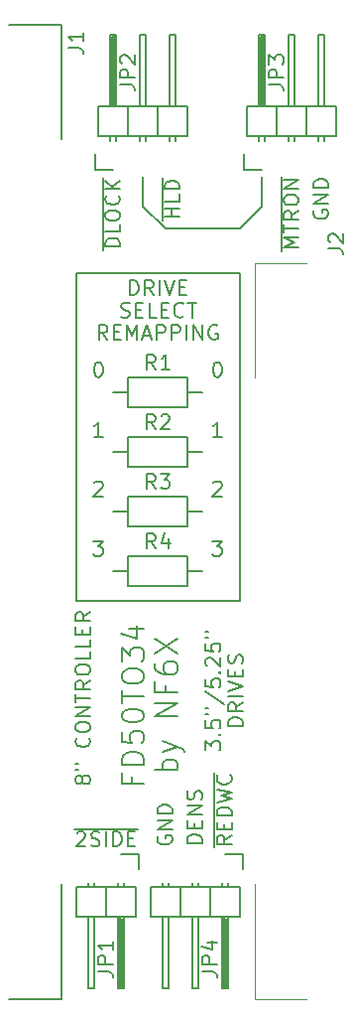
<source format=gbr>
G04 #@! TF.FileFunction,Legend,Top*
%FSLAX46Y46*%
G04 Gerber Fmt 4.6, Leading zero omitted, Abs format (unit mm)*
G04 Created by KiCad (PCBNEW (2014-12-16 BZR 5324)-product) date Thursday, July 30, 2015 'PMt' 09:23:13 PM*
%MOMM*%
G01*
G04 APERTURE LIST*
%ADD10C,0.127000*%
%ADD11C,0.200000*%
%ADD12C,0.190500*%
%ADD13C,0.150000*%
%ADD14C,0.100000*%
G04 APERTURE END LIST*
D10*
X24069524Y14332857D02*
X23464762Y13909524D01*
X24069524Y13607143D02*
X22799524Y13607143D01*
X22799524Y14090952D01*
X22860000Y14211905D01*
X22920476Y14272381D01*
X23041429Y14332857D01*
X23222857Y14332857D01*
X23343810Y14272381D01*
X23404286Y14211905D01*
X23464762Y14090952D01*
X23464762Y13607143D01*
X23404286Y14877143D02*
X23404286Y15300476D01*
X24069524Y15481905D02*
X24069524Y14877143D01*
X22799524Y14877143D01*
X22799524Y15481905D01*
X24069524Y16026191D02*
X22799524Y16026191D01*
X22799524Y16328572D01*
X22860000Y16510000D01*
X22980952Y16630953D01*
X23101905Y16691429D01*
X23343810Y16751905D01*
X23525238Y16751905D01*
X23767143Y16691429D01*
X23888095Y16630953D01*
X24009048Y16510000D01*
X24069524Y16328572D01*
X24069524Y16026191D01*
X22799524Y17175239D02*
X24069524Y17477620D01*
X23162381Y17719524D01*
X24069524Y17961429D01*
X22799524Y18263810D01*
X23948571Y19473334D02*
X24009048Y19412858D01*
X24069524Y19231429D01*
X24069524Y19110477D01*
X24009048Y18929049D01*
X23888095Y18808096D01*
X23767143Y18747620D01*
X23525238Y18687144D01*
X23343810Y18687144D01*
X23101905Y18747620D01*
X22980952Y18808096D01*
X22860000Y18929049D01*
X22799524Y19110477D01*
X22799524Y19231429D01*
X22860000Y19412858D01*
X22920476Y19473334D01*
X22580600Y13304762D02*
X22580600Y19715239D01*
X21529524Y13697857D02*
X20259524Y13697857D01*
X20259524Y14000238D01*
X20320000Y14181666D01*
X20440952Y14302619D01*
X20561905Y14363095D01*
X20803810Y14423571D01*
X20985238Y14423571D01*
X21227143Y14363095D01*
X21348095Y14302619D01*
X21469048Y14181666D01*
X21529524Y14000238D01*
X21529524Y13697857D01*
X20864286Y14967857D02*
X20864286Y15391190D01*
X21529524Y15572619D02*
X21529524Y14967857D01*
X20259524Y14967857D01*
X20259524Y15572619D01*
X21529524Y16116905D02*
X20259524Y16116905D01*
X21529524Y16842619D01*
X20259524Y16842619D01*
X21469048Y17386905D02*
X21529524Y17568333D01*
X21529524Y17870714D01*
X21469048Y17991667D01*
X21408571Y18052143D01*
X21287619Y18112619D01*
X21166667Y18112619D01*
X21045714Y18052143D01*
X20985238Y17991667D01*
X20924762Y17870714D01*
X20864286Y17628810D01*
X20803810Y17507857D01*
X20743333Y17447381D01*
X20622381Y17386905D01*
X20501429Y17386905D01*
X20380476Y17447381D01*
X20320000Y17507857D01*
X20259524Y17628810D01*
X20259524Y17931190D01*
X20320000Y18112619D01*
X17780000Y14272381D02*
X17719524Y14151429D01*
X17719524Y13970000D01*
X17780000Y13788572D01*
X17900952Y13667619D01*
X18021905Y13607143D01*
X18263810Y13546667D01*
X18445238Y13546667D01*
X18687143Y13607143D01*
X18808095Y13667619D01*
X18929048Y13788572D01*
X18989524Y13970000D01*
X18989524Y14090952D01*
X18929048Y14272381D01*
X18868571Y14332857D01*
X18445238Y14332857D01*
X18445238Y14090952D01*
X18989524Y14877143D02*
X17719524Y14877143D01*
X18989524Y15602857D01*
X17719524Y15602857D01*
X18989524Y16207619D02*
X17719524Y16207619D01*
X17719524Y16510000D01*
X17780000Y16691428D01*
X17900952Y16812381D01*
X18021905Y16872857D01*
X18263810Y16933333D01*
X18445238Y16933333D01*
X18687143Y16872857D01*
X18808095Y16812381D01*
X18929048Y16691428D01*
X18989524Y16510000D01*
X18989524Y16207619D01*
D11*
X24765000Y66040000D02*
X18415000Y66040000D01*
X26670000Y67945000D02*
X24765000Y66040000D01*
X26670000Y70485000D02*
X26670000Y67945000D01*
D12*
X15580179Y19367499D02*
X15580179Y18732499D01*
X16578036Y18732499D02*
X14673036Y18732499D01*
X14673036Y19639642D01*
X16578036Y20365356D02*
X14673036Y20365356D01*
X14673036Y20818928D01*
X14763750Y21091071D01*
X14945179Y21272499D01*
X15126607Y21363214D01*
X15489464Y21453928D01*
X15761607Y21453928D01*
X16124464Y21363214D01*
X16305893Y21272499D01*
X16487321Y21091071D01*
X16578036Y20818928D01*
X16578036Y20365356D01*
X14673036Y23177499D02*
X14673036Y22270356D01*
X15580179Y22179642D01*
X15489464Y22270356D01*
X15398750Y22451785D01*
X15398750Y22905356D01*
X15489464Y23086785D01*
X15580179Y23177499D01*
X15761607Y23268214D01*
X16215179Y23268214D01*
X16396607Y23177499D01*
X16487321Y23086785D01*
X16578036Y22905356D01*
X16578036Y22451785D01*
X16487321Y22270356D01*
X16396607Y22179642D01*
X14673036Y24447500D02*
X14673036Y24628928D01*
X14763750Y24810357D01*
X14854464Y24901071D01*
X15035893Y24991785D01*
X15398750Y25082500D01*
X15852321Y25082500D01*
X16215179Y24991785D01*
X16396607Y24901071D01*
X16487321Y24810357D01*
X16578036Y24628928D01*
X16578036Y24447500D01*
X16487321Y24266071D01*
X16396607Y24175357D01*
X16215179Y24084642D01*
X15852321Y23993928D01*
X15398750Y23993928D01*
X15035893Y24084642D01*
X14854464Y24175357D01*
X14763750Y24266071D01*
X14673036Y24447500D01*
X14673036Y25626786D02*
X14673036Y26715357D01*
X16578036Y26171071D02*
X14673036Y26171071D01*
X14673036Y27713215D02*
X14673036Y28076072D01*
X14763750Y28257500D01*
X14945179Y28438929D01*
X15308036Y28529643D01*
X15943036Y28529643D01*
X16305893Y28438929D01*
X16487321Y28257500D01*
X16578036Y28076072D01*
X16578036Y27713215D01*
X16487321Y27531786D01*
X16305893Y27350357D01*
X15943036Y27259643D01*
X15308036Y27259643D01*
X14945179Y27350357D01*
X14763750Y27531786D01*
X14673036Y27713215D01*
X14673036Y29164643D02*
X14673036Y30343929D01*
X15398750Y29708929D01*
X15398750Y29981071D01*
X15489464Y30162500D01*
X15580179Y30253214D01*
X15761607Y30343929D01*
X16215179Y30343929D01*
X16396607Y30253214D01*
X16487321Y30162500D01*
X16578036Y29981071D01*
X16578036Y29436786D01*
X16487321Y29255357D01*
X16396607Y29164643D01*
X15308036Y31976786D02*
X16578036Y31976786D01*
X14582321Y31523215D02*
X15943036Y31069643D01*
X15943036Y32248929D01*
X19435536Y19911785D02*
X17530536Y19911785D01*
X18256250Y19911785D02*
X18165536Y20093214D01*
X18165536Y20456071D01*
X18256250Y20637500D01*
X18346964Y20728214D01*
X18528393Y20818928D01*
X19072679Y20818928D01*
X19254107Y20728214D01*
X19344821Y20637500D01*
X19435536Y20456071D01*
X19435536Y20093214D01*
X19344821Y19911785D01*
X18165536Y21453928D02*
X19435536Y21907499D01*
X18165536Y22361071D02*
X19435536Y21907499D01*
X19889107Y21726071D01*
X19979821Y21635356D01*
X20070536Y21453928D01*
X19435536Y24538214D02*
X17530536Y24538214D01*
X19435536Y25626786D01*
X17530536Y25626786D01*
X18437679Y27168928D02*
X18437679Y26533928D01*
X19435536Y26533928D02*
X17530536Y26533928D01*
X17530536Y27441071D01*
X17530536Y28983214D02*
X17530536Y28620357D01*
X17621250Y28438928D01*
X17711964Y28348214D01*
X17984107Y28166785D01*
X18346964Y28076071D01*
X19072679Y28076071D01*
X19254107Y28166785D01*
X19344821Y28257500D01*
X19435536Y28438928D01*
X19435536Y28801785D01*
X19344821Y28983214D01*
X19254107Y29073928D01*
X19072679Y29164643D01*
X18619107Y29164643D01*
X18437679Y29073928D01*
X18346964Y28983214D01*
X18256250Y28801785D01*
X18256250Y28438928D01*
X18346964Y28257500D01*
X18437679Y28166785D01*
X18619107Y28076071D01*
X17530536Y29799643D02*
X19435536Y31069643D01*
X17530536Y31069643D02*
X19435536Y29799643D01*
D10*
X10855476Y14544524D02*
X10915952Y14605000D01*
X11036904Y14665476D01*
X11339285Y14665476D01*
X11460238Y14605000D01*
X11520714Y14544524D01*
X11581190Y14423571D01*
X11581190Y14302619D01*
X11520714Y14121190D01*
X10795000Y13395476D01*
X11581190Y13395476D01*
X12065000Y13455952D02*
X12246428Y13395476D01*
X12548809Y13395476D01*
X12669762Y13455952D01*
X12730238Y13516429D01*
X12790714Y13637381D01*
X12790714Y13758333D01*
X12730238Y13879286D01*
X12669762Y13939762D01*
X12548809Y14000238D01*
X12306905Y14060714D01*
X12185952Y14121190D01*
X12125476Y14181667D01*
X12065000Y14302619D01*
X12065000Y14423571D01*
X12125476Y14544524D01*
X12185952Y14605000D01*
X12306905Y14665476D01*
X12609285Y14665476D01*
X12790714Y14605000D01*
X13335000Y13395476D02*
X13335000Y14665476D01*
X13939762Y13395476D02*
X13939762Y14665476D01*
X14242143Y14665476D01*
X14423571Y14605000D01*
X14544524Y14484048D01*
X14605000Y14363095D01*
X14665476Y14121190D01*
X14665476Y13939762D01*
X14605000Y13697857D01*
X14544524Y13576905D01*
X14423571Y13455952D01*
X14242143Y13395476D01*
X13939762Y13395476D01*
X15209762Y14060714D02*
X15633095Y14060714D01*
X15814524Y13395476D02*
X15209762Y13395476D01*
X15209762Y14665476D01*
X15814524Y14665476D01*
X10613571Y14884400D02*
X16056429Y14884400D01*
X29784524Y64437381D02*
X28514524Y64437381D01*
X29421667Y64860714D01*
X28514524Y65284048D01*
X29784524Y65284048D01*
X28514524Y65707381D02*
X28514524Y66433096D01*
X29784524Y66070239D02*
X28514524Y66070239D01*
X29784524Y67582143D02*
X29179762Y67158810D01*
X29784524Y66856429D02*
X28514524Y66856429D01*
X28514524Y67340238D01*
X28575000Y67461191D01*
X28635476Y67521667D01*
X28756429Y67582143D01*
X28937857Y67582143D01*
X29058810Y67521667D01*
X29119286Y67461191D01*
X29179762Y67340238D01*
X29179762Y66856429D01*
X28514524Y68368334D02*
X28514524Y68610238D01*
X28575000Y68731191D01*
X28695952Y68852143D01*
X28937857Y68912619D01*
X29361190Y68912619D01*
X29603095Y68852143D01*
X29724048Y68731191D01*
X29784524Y68610238D01*
X29784524Y68368334D01*
X29724048Y68247381D01*
X29603095Y68126429D01*
X29361190Y68065953D01*
X28937857Y68065953D01*
X28695952Y68126429D01*
X28575000Y68247381D01*
X28514524Y68368334D01*
X29784524Y69456905D02*
X28514524Y69456905D01*
X29784524Y70182619D01*
X28514524Y70182619D01*
X28295600Y64135000D02*
X28295600Y70485000D01*
X31115000Y67612381D02*
X31054524Y67491429D01*
X31054524Y67310000D01*
X31115000Y67128572D01*
X31235952Y67007619D01*
X31356905Y66947143D01*
X31598810Y66886667D01*
X31780238Y66886667D01*
X32022143Y66947143D01*
X32143095Y67007619D01*
X32264048Y67128572D01*
X32324524Y67310000D01*
X32324524Y67430952D01*
X32264048Y67612381D01*
X32203571Y67672857D01*
X31780238Y67672857D01*
X31780238Y67430952D01*
X32324524Y68217143D02*
X31054524Y68217143D01*
X32324524Y68942857D01*
X31054524Y68942857D01*
X32324524Y69547619D02*
X31054524Y69547619D01*
X31054524Y69850000D01*
X31115000Y70031428D01*
X31235952Y70152381D01*
X31356905Y70212857D01*
X31598810Y70273333D01*
X31780238Y70273333D01*
X32022143Y70212857D01*
X32143095Y70152381D01*
X32264048Y70031428D01*
X32324524Y69850000D01*
X32324524Y69547619D01*
D11*
X16510000Y67945000D02*
X16510000Y70485000D01*
X18415000Y66040000D02*
X16510000Y67945000D01*
D10*
X19624524Y67068096D02*
X18354524Y67068096D01*
X18959286Y67068096D02*
X18959286Y67793810D01*
X19624524Y67793810D02*
X18354524Y67793810D01*
X19624524Y69003334D02*
X19624524Y68398572D01*
X18354524Y68398572D01*
X19624524Y69426667D02*
X18354524Y69426667D01*
X18354524Y69729048D01*
X18415000Y69910476D01*
X18535952Y70031429D01*
X18656905Y70091905D01*
X18898810Y70152381D01*
X19080238Y70152381D01*
X19322143Y70091905D01*
X19443095Y70031429D01*
X19564048Y69910476D01*
X19624524Y69729048D01*
X19624524Y69426667D01*
X18135600Y66765715D02*
X18135600Y70394286D01*
X14544524Y64528096D02*
X13274524Y64528096D01*
X13274524Y64830477D01*
X13335000Y65011905D01*
X13455952Y65132858D01*
X13576905Y65193334D01*
X13818810Y65253810D01*
X14000238Y65253810D01*
X14242143Y65193334D01*
X14363095Y65132858D01*
X14484048Y65011905D01*
X14544524Y64830477D01*
X14544524Y64528096D01*
X14544524Y66402858D02*
X14544524Y65798096D01*
X13274524Y65798096D01*
X13274524Y67068096D02*
X13274524Y67310000D01*
X13335000Y67430953D01*
X13455952Y67551905D01*
X13697857Y67612381D01*
X14121190Y67612381D01*
X14363095Y67551905D01*
X14484048Y67430953D01*
X14544524Y67310000D01*
X14544524Y67068096D01*
X14484048Y66947143D01*
X14363095Y66826191D01*
X14121190Y66765715D01*
X13697857Y66765715D01*
X13455952Y66826191D01*
X13335000Y66947143D01*
X13274524Y67068096D01*
X14423571Y68882381D02*
X14484048Y68821905D01*
X14544524Y68640476D01*
X14544524Y68519524D01*
X14484048Y68338096D01*
X14363095Y68217143D01*
X14242143Y68156667D01*
X14000238Y68096191D01*
X13818810Y68096191D01*
X13576905Y68156667D01*
X13455952Y68217143D01*
X13335000Y68338096D01*
X13274524Y68519524D01*
X13274524Y68640476D01*
X13335000Y68821905D01*
X13395476Y68882381D01*
X14544524Y69426667D02*
X13274524Y69426667D01*
X14544524Y70152381D02*
X13818810Y69608096D01*
X13274524Y70152381D02*
X14000238Y69426667D01*
X13055600Y64225715D02*
X13055600Y70394286D01*
D11*
X10795000Y34290000D02*
X10795000Y62230000D01*
X24765000Y34290000D02*
X10795000Y34290000D01*
X24765000Y62230000D02*
X24765000Y34290000D01*
X10795000Y62230000D02*
X24765000Y62230000D01*
D10*
X15391191Y60385476D02*
X15391191Y61655476D01*
X15693572Y61655476D01*
X15875000Y61595000D01*
X15995953Y61474048D01*
X16056429Y61353095D01*
X16116905Y61111190D01*
X16116905Y60929762D01*
X16056429Y60687857D01*
X15995953Y60566905D01*
X15875000Y60445952D01*
X15693572Y60385476D01*
X15391191Y60385476D01*
X17386905Y60385476D02*
X16963572Y60990238D01*
X16661191Y60385476D02*
X16661191Y61655476D01*
X17145000Y61655476D01*
X17265953Y61595000D01*
X17326429Y61534524D01*
X17386905Y61413571D01*
X17386905Y61232143D01*
X17326429Y61111190D01*
X17265953Y61050714D01*
X17145000Y60990238D01*
X16661191Y60990238D01*
X17931191Y60385476D02*
X17931191Y61655476D01*
X18354524Y61655476D02*
X18777858Y60385476D01*
X19201191Y61655476D01*
X19624524Y61050714D02*
X20047857Y61050714D01*
X20229286Y60385476D02*
X19624524Y60385476D01*
X19624524Y61655476D01*
X20229286Y61655476D01*
X14635238Y58540952D02*
X14816666Y58480476D01*
X15119047Y58480476D01*
X15240000Y58540952D01*
X15300476Y58601429D01*
X15360952Y58722381D01*
X15360952Y58843333D01*
X15300476Y58964286D01*
X15240000Y59024762D01*
X15119047Y59085238D01*
X14877143Y59145714D01*
X14756190Y59206190D01*
X14695714Y59266667D01*
X14635238Y59387619D01*
X14635238Y59508571D01*
X14695714Y59629524D01*
X14756190Y59690000D01*
X14877143Y59750476D01*
X15179523Y59750476D01*
X15360952Y59690000D01*
X15905238Y59145714D02*
X16328571Y59145714D01*
X16510000Y58480476D02*
X15905238Y58480476D01*
X15905238Y59750476D01*
X16510000Y59750476D01*
X17659048Y58480476D02*
X17054286Y58480476D01*
X17054286Y59750476D01*
X18082381Y59145714D02*
X18505714Y59145714D01*
X18687143Y58480476D02*
X18082381Y58480476D01*
X18082381Y59750476D01*
X18687143Y59750476D01*
X19957143Y58601429D02*
X19896667Y58540952D01*
X19715238Y58480476D01*
X19594286Y58480476D01*
X19412858Y58540952D01*
X19291905Y58661905D01*
X19231429Y58782857D01*
X19170953Y59024762D01*
X19170953Y59206190D01*
X19231429Y59448095D01*
X19291905Y59569048D01*
X19412858Y59690000D01*
X19594286Y59750476D01*
X19715238Y59750476D01*
X19896667Y59690000D01*
X19957143Y59629524D01*
X20320000Y59750476D02*
X21045715Y59750476D01*
X20682858Y58480476D02*
X20682858Y59750476D01*
X13455952Y56575476D02*
X13032619Y57180238D01*
X12730238Y56575476D02*
X12730238Y57845476D01*
X13214047Y57845476D01*
X13335000Y57785000D01*
X13395476Y57724524D01*
X13455952Y57603571D01*
X13455952Y57422143D01*
X13395476Y57301190D01*
X13335000Y57240714D01*
X13214047Y57180238D01*
X12730238Y57180238D01*
X14000238Y57240714D02*
X14423571Y57240714D01*
X14605000Y56575476D02*
X14000238Y56575476D01*
X14000238Y57845476D01*
X14605000Y57845476D01*
X15149286Y56575476D02*
X15149286Y57845476D01*
X15572619Y56938333D01*
X15995953Y57845476D01*
X15995953Y56575476D01*
X16540239Y56938333D02*
X17145001Y56938333D01*
X16419286Y56575476D02*
X16842620Y57845476D01*
X17265953Y56575476D01*
X17689286Y56575476D02*
X17689286Y57845476D01*
X18173095Y57845476D01*
X18294048Y57785000D01*
X18354524Y57724524D01*
X18415000Y57603571D01*
X18415000Y57422143D01*
X18354524Y57301190D01*
X18294048Y57240714D01*
X18173095Y57180238D01*
X17689286Y57180238D01*
X18959286Y56575476D02*
X18959286Y57845476D01*
X19443095Y57845476D01*
X19564048Y57785000D01*
X19624524Y57724524D01*
X19685000Y57603571D01*
X19685000Y57422143D01*
X19624524Y57301190D01*
X19564048Y57240714D01*
X19443095Y57180238D01*
X18959286Y57180238D01*
X20229286Y56575476D02*
X20229286Y57845476D01*
X20834048Y56575476D02*
X20834048Y57845476D01*
X21559762Y56575476D01*
X21559762Y57845476D01*
X22829762Y57785000D02*
X22708810Y57845476D01*
X22527381Y57845476D01*
X22345953Y57785000D01*
X22225000Y57664048D01*
X22164524Y57543095D01*
X22104048Y57301190D01*
X22104048Y57119762D01*
X22164524Y56877857D01*
X22225000Y56756905D01*
X22345953Y56635952D01*
X22527381Y56575476D01*
X22648333Y56575476D01*
X22829762Y56635952D01*
X22890238Y56696429D01*
X22890238Y57119762D01*
X22648333Y57119762D01*
X21847024Y21590000D02*
X21847024Y22376190D01*
X22330833Y21952857D01*
X22330833Y22134285D01*
X22391310Y22255238D01*
X22451786Y22315714D01*
X22572738Y22376190D01*
X22875119Y22376190D01*
X22996071Y22315714D01*
X23056548Y22255238D01*
X23117024Y22134285D01*
X23117024Y21771428D01*
X23056548Y21650476D01*
X22996071Y21590000D01*
X22996071Y22920476D02*
X23056548Y22980952D01*
X23117024Y22920476D01*
X23056548Y22860000D01*
X22996071Y22920476D01*
X23117024Y22920476D01*
X21847024Y24130000D02*
X21847024Y23525238D01*
X22451786Y23464762D01*
X22391310Y23525238D01*
X22330833Y23646190D01*
X22330833Y23948571D01*
X22391310Y24069524D01*
X22451786Y24130000D01*
X22572738Y24190476D01*
X22875119Y24190476D01*
X22996071Y24130000D01*
X23056548Y24069524D01*
X23117024Y23948571D01*
X23117024Y23646190D01*
X23056548Y23525238D01*
X22996071Y23464762D01*
X21847024Y24674286D02*
X22088929Y24674286D01*
X21847024Y25158095D02*
X22088929Y25158095D01*
X21786548Y26609524D02*
X23419405Y25520952D01*
X21847024Y27637619D02*
X21847024Y27032857D01*
X22451786Y26972381D01*
X22391310Y27032857D01*
X22330833Y27153809D01*
X22330833Y27456190D01*
X22391310Y27577143D01*
X22451786Y27637619D01*
X22572738Y27698095D01*
X22875119Y27698095D01*
X22996071Y27637619D01*
X23056548Y27577143D01*
X23117024Y27456190D01*
X23117024Y27153809D01*
X23056548Y27032857D01*
X22996071Y26972381D01*
X22996071Y28242381D02*
X23056548Y28302857D01*
X23117024Y28242381D01*
X23056548Y28181905D01*
X22996071Y28242381D01*
X23117024Y28242381D01*
X21967976Y28786667D02*
X21907500Y28847143D01*
X21847024Y28968095D01*
X21847024Y29270476D01*
X21907500Y29391429D01*
X21967976Y29451905D01*
X22088929Y29512381D01*
X22209881Y29512381D01*
X22391310Y29451905D01*
X23117024Y28726191D01*
X23117024Y29512381D01*
X21847024Y30661429D02*
X21847024Y30056667D01*
X22451786Y29996191D01*
X22391310Y30056667D01*
X22330833Y30177619D01*
X22330833Y30480000D01*
X22391310Y30600953D01*
X22451786Y30661429D01*
X22572738Y30721905D01*
X22875119Y30721905D01*
X22996071Y30661429D01*
X23056548Y30600953D01*
X23117024Y30480000D01*
X23117024Y30177619D01*
X23056548Y30056667D01*
X22996071Y29996191D01*
X21847024Y31205715D02*
X22088929Y31205715D01*
X21847024Y31689524D02*
X22088929Y31689524D01*
X25022024Y23676429D02*
X23752024Y23676429D01*
X23752024Y23978810D01*
X23812500Y24160238D01*
X23933452Y24281191D01*
X24054405Y24341667D01*
X24296310Y24402143D01*
X24477738Y24402143D01*
X24719643Y24341667D01*
X24840595Y24281191D01*
X24961548Y24160238D01*
X25022024Y23978810D01*
X25022024Y23676429D01*
X25022024Y25672143D02*
X24417262Y25248810D01*
X25022024Y24946429D02*
X23752024Y24946429D01*
X23752024Y25430238D01*
X23812500Y25551191D01*
X23872976Y25611667D01*
X23993929Y25672143D01*
X24175357Y25672143D01*
X24296310Y25611667D01*
X24356786Y25551191D01*
X24417262Y25430238D01*
X24417262Y24946429D01*
X25022024Y26216429D02*
X23752024Y26216429D01*
X23752024Y26639762D02*
X25022024Y27063096D01*
X23752024Y27486429D01*
X24356786Y27909762D02*
X24356786Y28333095D01*
X25022024Y28514524D02*
X25022024Y27909762D01*
X23752024Y27909762D01*
X23752024Y28514524D01*
X24961548Y28998334D02*
X25022024Y29179762D01*
X25022024Y29482143D01*
X24961548Y29603096D01*
X24901071Y29663572D01*
X24780119Y29724048D01*
X24659167Y29724048D01*
X24538214Y29663572D01*
X24477738Y29603096D01*
X24417262Y29482143D01*
X24356786Y29240239D01*
X24296310Y29119286D01*
X24235833Y29058810D01*
X24114881Y28998334D01*
X23993929Y28998334D01*
X23872976Y29058810D01*
X23812500Y29119286D01*
X23752024Y29240239D01*
X23752024Y29542619D01*
X23812500Y29724048D01*
X11278810Y18959287D02*
X11218333Y18838334D01*
X11157857Y18777858D01*
X11036905Y18717382D01*
X10976429Y18717382D01*
X10855476Y18777858D01*
X10795000Y18838334D01*
X10734524Y18959287D01*
X10734524Y19201191D01*
X10795000Y19322144D01*
X10855476Y19382620D01*
X10976429Y19443096D01*
X11036905Y19443096D01*
X11157857Y19382620D01*
X11218333Y19322144D01*
X11278810Y19201191D01*
X11278810Y18959287D01*
X11339286Y18838334D01*
X11399762Y18777858D01*
X11520714Y18717382D01*
X11762619Y18717382D01*
X11883571Y18777858D01*
X11944048Y18838334D01*
X12004524Y18959287D01*
X12004524Y19201191D01*
X11944048Y19322144D01*
X11883571Y19382620D01*
X11762619Y19443096D01*
X11520714Y19443096D01*
X11399762Y19382620D01*
X11339286Y19322144D01*
X11278810Y19201191D01*
X10734524Y19926906D02*
X10976429Y19926906D01*
X10734524Y20410715D02*
X10976429Y20410715D01*
X11883571Y22648334D02*
X11944048Y22587858D01*
X12004524Y22406429D01*
X12004524Y22285477D01*
X11944048Y22104049D01*
X11823095Y21983096D01*
X11702143Y21922620D01*
X11460238Y21862144D01*
X11278810Y21862144D01*
X11036905Y21922620D01*
X10915952Y21983096D01*
X10795000Y22104049D01*
X10734524Y22285477D01*
X10734524Y22406429D01*
X10795000Y22587858D01*
X10855476Y22648334D01*
X10734524Y23434525D02*
X10734524Y23676429D01*
X10795000Y23797382D01*
X10915952Y23918334D01*
X11157857Y23978810D01*
X11581190Y23978810D01*
X11823095Y23918334D01*
X11944048Y23797382D01*
X12004524Y23676429D01*
X12004524Y23434525D01*
X11944048Y23313572D01*
X11823095Y23192620D01*
X11581190Y23132144D01*
X11157857Y23132144D01*
X10915952Y23192620D01*
X10795000Y23313572D01*
X10734524Y23434525D01*
X12004524Y24523096D02*
X10734524Y24523096D01*
X12004524Y25248810D01*
X10734524Y25248810D01*
X10734524Y25672143D02*
X10734524Y26397858D01*
X12004524Y26035001D02*
X10734524Y26035001D01*
X12004524Y27546905D02*
X11399762Y27123572D01*
X12004524Y26821191D02*
X10734524Y26821191D01*
X10734524Y27305000D01*
X10795000Y27425953D01*
X10855476Y27486429D01*
X10976429Y27546905D01*
X11157857Y27546905D01*
X11278810Y27486429D01*
X11339286Y27425953D01*
X11399762Y27305000D01*
X11399762Y26821191D01*
X10734524Y28333096D02*
X10734524Y28575000D01*
X10795000Y28695953D01*
X10915952Y28816905D01*
X11157857Y28877381D01*
X11581190Y28877381D01*
X11823095Y28816905D01*
X11944048Y28695953D01*
X12004524Y28575000D01*
X12004524Y28333096D01*
X11944048Y28212143D01*
X11823095Y28091191D01*
X11581190Y28030715D01*
X11157857Y28030715D01*
X10915952Y28091191D01*
X10795000Y28212143D01*
X10734524Y28333096D01*
X12004524Y30026429D02*
X12004524Y29421667D01*
X10734524Y29421667D01*
X12004524Y31054524D02*
X12004524Y30449762D01*
X10734524Y30449762D01*
X11339286Y31477857D02*
X11339286Y31901190D01*
X12004524Y32082619D02*
X12004524Y31477857D01*
X10734524Y31477857D01*
X10734524Y32082619D01*
X12004524Y33352619D02*
X11399762Y32929286D01*
X12004524Y32626905D02*
X10734524Y32626905D01*
X10734524Y33110714D01*
X10795000Y33231667D01*
X10855476Y33292143D01*
X10976429Y33352619D01*
X11157857Y33352619D01*
X11278810Y33292143D01*
X11339286Y33231667D01*
X11399762Y33110714D01*
X11399762Y32626905D01*
X12276667Y39430476D02*
X13062857Y39430476D01*
X12639524Y38946667D01*
X12820952Y38946667D01*
X12941905Y38886190D01*
X13002381Y38825714D01*
X13062857Y38704762D01*
X13062857Y38402381D01*
X13002381Y38281429D01*
X12941905Y38220952D01*
X12820952Y38160476D01*
X12458095Y38160476D01*
X12337143Y38220952D01*
X12276667Y38281429D01*
X12337143Y44389524D02*
X12397619Y44450000D01*
X12518571Y44510476D01*
X12820952Y44510476D01*
X12941905Y44450000D01*
X13002381Y44389524D01*
X13062857Y44268571D01*
X13062857Y44147619D01*
X13002381Y43966190D01*
X12276667Y43240476D01*
X13062857Y43240476D01*
X13062857Y48320476D02*
X12337143Y48320476D01*
X12700000Y48320476D02*
X12700000Y49590476D01*
X12579048Y49409048D01*
X12458095Y49288095D01*
X12337143Y49227619D01*
X22436667Y39430476D02*
X23222857Y39430476D01*
X22799524Y38946667D01*
X22980952Y38946667D01*
X23101905Y38886190D01*
X23162381Y38825714D01*
X23222857Y38704762D01*
X23222857Y38402381D01*
X23162381Y38281429D01*
X23101905Y38220952D01*
X22980952Y38160476D01*
X22618095Y38160476D01*
X22497143Y38220952D01*
X22436667Y38281429D01*
X22497143Y44389524D02*
X22557619Y44450000D01*
X22678571Y44510476D01*
X22980952Y44510476D01*
X23101905Y44450000D01*
X23162381Y44389524D01*
X23222857Y44268571D01*
X23222857Y44147619D01*
X23162381Y43966190D01*
X22436667Y43240476D01*
X23222857Y43240476D01*
X23222857Y48320476D02*
X22497143Y48320476D01*
X22860000Y48320476D02*
X22860000Y49590476D01*
X22739048Y49409048D01*
X22618095Y49288095D01*
X22497143Y49227619D01*
X22799524Y54670476D02*
X22920476Y54670476D01*
X23041428Y54610000D01*
X23101905Y54549524D01*
X23162381Y54428571D01*
X23222857Y54186667D01*
X23222857Y53884286D01*
X23162381Y53642381D01*
X23101905Y53521429D01*
X23041428Y53460952D01*
X22920476Y53400476D01*
X22799524Y53400476D01*
X22678571Y53460952D01*
X22618095Y53521429D01*
X22557619Y53642381D01*
X22497143Y53884286D01*
X22497143Y54186667D01*
X22557619Y54428571D01*
X22618095Y54549524D01*
X22678571Y54610000D01*
X22799524Y54670476D01*
X12639524Y54670476D02*
X12760476Y54670476D01*
X12881428Y54610000D01*
X12941905Y54549524D01*
X13002381Y54428571D01*
X13062857Y54186667D01*
X13062857Y53884286D01*
X13002381Y53642381D01*
X12941905Y53521429D01*
X12881428Y53460952D01*
X12760476Y53400476D01*
X12639524Y53400476D01*
X12518571Y53460952D01*
X12458095Y53521429D01*
X12397619Y53642381D01*
X12337143Y53884286D01*
X12337143Y54186667D01*
X12397619Y54428571D01*
X12458095Y54549524D01*
X12518571Y54610000D01*
X12639524Y54670476D01*
D13*
X9510000Y83410000D02*
X9510000Y81010000D01*
X9510000Y2810000D02*
X9510000Y410000D01*
X9510000Y2810000D02*
X9510000Y10160000D01*
X9510000Y73660000D02*
X9510000Y81010000D01*
X9510000Y410000D02*
X5080000Y410000D01*
X5080000Y83410000D02*
X9510000Y83410000D01*
D14*
X26050000Y410000D02*
X26050000Y2810000D01*
X26050000Y60690000D02*
X26050000Y63090000D01*
X26050000Y60690000D02*
X26050000Y53340000D01*
X26050000Y10160000D02*
X26050000Y2810000D01*
X26050000Y63090000D02*
X30480000Y63090000D01*
X30480000Y410000D02*
X26050000Y410000D01*
D13*
X16155000Y12730000D02*
X14605000Y12730000D01*
X16155000Y11430000D02*
X16155000Y12730000D01*
X14732000Y7239000D02*
X14732000Y1397000D01*
X14732000Y1397000D02*
X14478000Y1397000D01*
X14478000Y1397000D02*
X14478000Y7239000D01*
X14478000Y7239000D02*
X14605000Y7239000D01*
X14605000Y7239000D02*
X14605000Y1397000D01*
X14859000Y9906000D02*
X14859000Y10287000D01*
X14351000Y9906000D02*
X14351000Y10287000D01*
X12319000Y9906000D02*
X12319000Y10287000D01*
X11811000Y9906000D02*
X11811000Y10287000D01*
X15875000Y9906000D02*
X15875000Y7366000D01*
X13335000Y9906000D02*
X13335000Y7366000D01*
X13335000Y9906000D02*
X10795000Y9906000D01*
X10795000Y9906000D02*
X10795000Y7366000D01*
X12319000Y7366000D02*
X12319000Y1270000D01*
X12319000Y1270000D02*
X11811000Y1270000D01*
X11811000Y1270000D02*
X11811000Y7366000D01*
X10795000Y7366000D02*
X13335000Y7366000D01*
X13335000Y7366000D02*
X15875000Y7366000D01*
X14351000Y1270000D02*
X14351000Y7366000D01*
X14859000Y1270000D02*
X14351000Y1270000D01*
X14859000Y7366000D02*
X14859000Y1270000D01*
X13335000Y9906000D02*
X13335000Y7366000D01*
X15875000Y9906000D02*
X13335000Y9906000D01*
X12420000Y71090000D02*
X13970000Y71090000D01*
X12420000Y72390000D02*
X12420000Y71090000D01*
X13843000Y76581000D02*
X13843000Y82423000D01*
X13843000Y82423000D02*
X14097000Y82423000D01*
X14097000Y82423000D02*
X14097000Y76581000D01*
X14097000Y76581000D02*
X13970000Y76581000D01*
X13970000Y76581000D02*
X13970000Y82423000D01*
X13716000Y73914000D02*
X13716000Y73533000D01*
X14224000Y73914000D02*
X14224000Y73533000D01*
X16256000Y73914000D02*
X16256000Y73533000D01*
X16764000Y73914000D02*
X16764000Y73533000D01*
X18796000Y73914000D02*
X18796000Y73533000D01*
X19304000Y73914000D02*
X19304000Y73533000D01*
X15240000Y76454000D02*
X12700000Y76454000D01*
X14224000Y82550000D02*
X14224000Y76454000D01*
X13716000Y82550000D02*
X14224000Y82550000D01*
X13716000Y76454000D02*
X13716000Y82550000D01*
X15240000Y73914000D02*
X15240000Y76454000D01*
X12700000Y73914000D02*
X15240000Y73914000D01*
X12700000Y73914000D02*
X12700000Y76454000D01*
X17780000Y73914000D02*
X17780000Y76454000D01*
X17780000Y73914000D02*
X20320000Y73914000D01*
X18796000Y76454000D02*
X18796000Y82550000D01*
X18796000Y82550000D02*
X19304000Y82550000D01*
X19304000Y82550000D02*
X19304000Y76454000D01*
X20320000Y76454000D02*
X17780000Y76454000D01*
X17780000Y76454000D02*
X15240000Y76454000D01*
X16764000Y82550000D02*
X16764000Y76454000D01*
X16256000Y82550000D02*
X16764000Y82550000D01*
X16256000Y76454000D02*
X16256000Y82550000D01*
X17780000Y73914000D02*
X17780000Y76454000D01*
X15240000Y73914000D02*
X17780000Y73914000D01*
X15240000Y73914000D02*
X15240000Y76454000D01*
X20320000Y73914000D02*
X20320000Y76454000D01*
X25120000Y71090000D02*
X26670000Y71090000D01*
X25120000Y72390000D02*
X25120000Y71090000D01*
X26543000Y76581000D02*
X26543000Y82423000D01*
X26543000Y82423000D02*
X26797000Y82423000D01*
X26797000Y82423000D02*
X26797000Y76581000D01*
X26797000Y76581000D02*
X26670000Y76581000D01*
X26670000Y76581000D02*
X26670000Y82423000D01*
X26416000Y73914000D02*
X26416000Y73533000D01*
X26924000Y73914000D02*
X26924000Y73533000D01*
X28956000Y73914000D02*
X28956000Y73533000D01*
X29464000Y73914000D02*
X29464000Y73533000D01*
X31496000Y73914000D02*
X31496000Y73533000D01*
X32004000Y73914000D02*
X32004000Y73533000D01*
X27940000Y76454000D02*
X25400000Y76454000D01*
X26924000Y82550000D02*
X26924000Y76454000D01*
X26416000Y82550000D02*
X26924000Y82550000D01*
X26416000Y76454000D02*
X26416000Y82550000D01*
X27940000Y73914000D02*
X27940000Y76454000D01*
X25400000Y73914000D02*
X27940000Y73914000D01*
X25400000Y73914000D02*
X25400000Y76454000D01*
X30480000Y73914000D02*
X30480000Y76454000D01*
X30480000Y73914000D02*
X33020000Y73914000D01*
X31496000Y76454000D02*
X31496000Y82550000D01*
X31496000Y82550000D02*
X32004000Y82550000D01*
X32004000Y82550000D02*
X32004000Y76454000D01*
X33020000Y76454000D02*
X30480000Y76454000D01*
X30480000Y76454000D02*
X27940000Y76454000D01*
X29464000Y82550000D02*
X29464000Y76454000D01*
X28956000Y82550000D02*
X29464000Y82550000D01*
X28956000Y76454000D02*
X28956000Y82550000D01*
X30480000Y73914000D02*
X30480000Y76454000D01*
X27940000Y73914000D02*
X30480000Y73914000D01*
X27940000Y73914000D02*
X27940000Y76454000D01*
X33020000Y73914000D02*
X33020000Y76454000D01*
X20320000Y50800000D02*
X15240000Y50800000D01*
X15240000Y50800000D02*
X15240000Y53340000D01*
X15240000Y53340000D02*
X20320000Y53340000D01*
X20320000Y53340000D02*
X20320000Y50800000D01*
X20320000Y52070000D02*
X21590000Y52070000D01*
X15240000Y52070000D02*
X13970000Y52070000D01*
X20320000Y45720000D02*
X15240000Y45720000D01*
X15240000Y45720000D02*
X15240000Y48260000D01*
X15240000Y48260000D02*
X20320000Y48260000D01*
X20320000Y48260000D02*
X20320000Y45720000D01*
X20320000Y46990000D02*
X21590000Y46990000D01*
X15240000Y46990000D02*
X13970000Y46990000D01*
X20320000Y40640000D02*
X15240000Y40640000D01*
X15240000Y40640000D02*
X15240000Y43180000D01*
X15240000Y43180000D02*
X20320000Y43180000D01*
X20320000Y43180000D02*
X20320000Y40640000D01*
X20320000Y41910000D02*
X21590000Y41910000D01*
X15240000Y41910000D02*
X13970000Y41910000D01*
X20320000Y35560000D02*
X15240000Y35560000D01*
X15240000Y35560000D02*
X15240000Y38100000D01*
X15240000Y38100000D02*
X20320000Y38100000D01*
X20320000Y38100000D02*
X20320000Y35560000D01*
X20320000Y36830000D02*
X21590000Y36830000D01*
X15240000Y36830000D02*
X13970000Y36830000D01*
X25045000Y12730000D02*
X23495000Y12730000D01*
X25045000Y11430000D02*
X25045000Y12730000D01*
X23622000Y7239000D02*
X23622000Y1397000D01*
X23622000Y1397000D02*
X23368000Y1397000D01*
X23368000Y1397000D02*
X23368000Y7239000D01*
X23368000Y7239000D02*
X23495000Y7239000D01*
X23495000Y7239000D02*
X23495000Y1397000D01*
X23749000Y9906000D02*
X23749000Y10287000D01*
X23241000Y9906000D02*
X23241000Y10287000D01*
X21209000Y9906000D02*
X21209000Y10287000D01*
X20701000Y9906000D02*
X20701000Y10287000D01*
X18669000Y9906000D02*
X18669000Y10287000D01*
X18161000Y9906000D02*
X18161000Y10287000D01*
X22225000Y7366000D02*
X24765000Y7366000D01*
X23241000Y1270000D02*
X23241000Y7366000D01*
X23749000Y1270000D02*
X23241000Y1270000D01*
X23749000Y7366000D02*
X23749000Y1270000D01*
X22225000Y9906000D02*
X22225000Y7366000D01*
X24765000Y9906000D02*
X22225000Y9906000D01*
X24765000Y9906000D02*
X24765000Y7366000D01*
X19685000Y9906000D02*
X19685000Y7366000D01*
X19685000Y9906000D02*
X17145000Y9906000D01*
X18669000Y7366000D02*
X18669000Y1270000D01*
X18669000Y1270000D02*
X18161000Y1270000D01*
X18161000Y1270000D02*
X18161000Y7366000D01*
X17145000Y7366000D02*
X19685000Y7366000D01*
X19685000Y7366000D02*
X22225000Y7366000D01*
X20701000Y1270000D02*
X20701000Y7366000D01*
X21209000Y1270000D02*
X20701000Y1270000D01*
X21209000Y7366000D02*
X21209000Y1270000D01*
X19685000Y9906000D02*
X19685000Y7366000D01*
X22225000Y9906000D02*
X19685000Y9906000D01*
X22225000Y9906000D02*
X22225000Y7366000D01*
X17145000Y9906000D02*
X17145000Y7366000D01*
D10*
X10099524Y81491667D02*
X11006667Y81491667D01*
X11188095Y81431191D01*
X11309048Y81310239D01*
X11369524Y81128810D01*
X11369524Y81007858D01*
X11369524Y82761667D02*
X11369524Y82035953D01*
X11369524Y82398810D02*
X10099524Y82398810D01*
X10280952Y82277858D01*
X10401905Y82156905D01*
X10462381Y82035953D01*
X32324524Y64346667D02*
X33231667Y64346667D01*
X33413095Y64286191D01*
X33534048Y64165239D01*
X33594524Y63983810D01*
X33594524Y63862858D01*
X32445476Y64890953D02*
X32385000Y64951429D01*
X32324524Y65072381D01*
X32324524Y65374762D01*
X32385000Y65495715D01*
X32445476Y65556191D01*
X32566429Y65616667D01*
X32687381Y65616667D01*
X32868810Y65556191D01*
X33594524Y64830477D01*
X33594524Y65616667D01*
X12639524Y2751667D02*
X13546667Y2751667D01*
X13728095Y2691191D01*
X13849048Y2570239D01*
X13909524Y2388810D01*
X13909524Y2267858D01*
X13909524Y3356429D02*
X12639524Y3356429D01*
X12639524Y3840238D01*
X12700000Y3961191D01*
X12760476Y4021667D01*
X12881429Y4082143D01*
X13062857Y4082143D01*
X13183810Y4021667D01*
X13244286Y3961191D01*
X13304762Y3840238D01*
X13304762Y3356429D01*
X13909524Y5291667D02*
X13909524Y4565953D01*
X13909524Y4928810D02*
X12639524Y4928810D01*
X12820952Y4807858D01*
X12941905Y4686905D01*
X13002381Y4565953D01*
X14544524Y78316667D02*
X15451667Y78316667D01*
X15633095Y78256191D01*
X15754048Y78135239D01*
X15814524Y77953810D01*
X15814524Y77832858D01*
X15814524Y78921429D02*
X14544524Y78921429D01*
X14544524Y79405238D01*
X14605000Y79526191D01*
X14665476Y79586667D01*
X14786429Y79647143D01*
X14967857Y79647143D01*
X15088810Y79586667D01*
X15149286Y79526191D01*
X15209762Y79405238D01*
X15209762Y78921429D01*
X14665476Y80130953D02*
X14605000Y80191429D01*
X14544524Y80312381D01*
X14544524Y80614762D01*
X14605000Y80735715D01*
X14665476Y80796191D01*
X14786429Y80856667D01*
X14907381Y80856667D01*
X15088810Y80796191D01*
X15814524Y80070477D01*
X15814524Y80856667D01*
X27244524Y78316667D02*
X28151667Y78316667D01*
X28333095Y78256191D01*
X28454048Y78135239D01*
X28514524Y77953810D01*
X28514524Y77832858D01*
X28514524Y78921429D02*
X27244524Y78921429D01*
X27244524Y79405238D01*
X27305000Y79526191D01*
X27365476Y79586667D01*
X27486429Y79647143D01*
X27667857Y79647143D01*
X27788810Y79586667D01*
X27849286Y79526191D01*
X27909762Y79405238D01*
X27909762Y78921429D01*
X27244524Y80070477D02*
X27244524Y80856667D01*
X27728333Y80433334D01*
X27728333Y80614762D01*
X27788810Y80735715D01*
X27849286Y80796191D01*
X27970238Y80856667D01*
X28272619Y80856667D01*
X28393571Y80796191D01*
X28454048Y80735715D01*
X28514524Y80614762D01*
X28514524Y80251905D01*
X28454048Y80130953D01*
X28393571Y80070477D01*
X17568333Y54035476D02*
X17145000Y54640238D01*
X16842619Y54035476D02*
X16842619Y55305476D01*
X17326428Y55305476D01*
X17447381Y55245000D01*
X17507857Y55184524D01*
X17568333Y55063571D01*
X17568333Y54882143D01*
X17507857Y54761190D01*
X17447381Y54700714D01*
X17326428Y54640238D01*
X16842619Y54640238D01*
X18777857Y54035476D02*
X18052143Y54035476D01*
X18415000Y54035476D02*
X18415000Y55305476D01*
X18294048Y55124048D01*
X18173095Y55003095D01*
X18052143Y54942619D01*
X17568333Y48955476D02*
X17145000Y49560238D01*
X16842619Y48955476D02*
X16842619Y50225476D01*
X17326428Y50225476D01*
X17447381Y50165000D01*
X17507857Y50104524D01*
X17568333Y49983571D01*
X17568333Y49802143D01*
X17507857Y49681190D01*
X17447381Y49620714D01*
X17326428Y49560238D01*
X16842619Y49560238D01*
X18052143Y50104524D02*
X18112619Y50165000D01*
X18233571Y50225476D01*
X18535952Y50225476D01*
X18656905Y50165000D01*
X18717381Y50104524D01*
X18777857Y49983571D01*
X18777857Y49862619D01*
X18717381Y49681190D01*
X17991667Y48955476D01*
X18777857Y48955476D01*
X17568333Y43875476D02*
X17145000Y44480238D01*
X16842619Y43875476D02*
X16842619Y45145476D01*
X17326428Y45145476D01*
X17447381Y45085000D01*
X17507857Y45024524D01*
X17568333Y44903571D01*
X17568333Y44722143D01*
X17507857Y44601190D01*
X17447381Y44540714D01*
X17326428Y44480238D01*
X16842619Y44480238D01*
X17991667Y45145476D02*
X18777857Y45145476D01*
X18354524Y44661667D01*
X18535952Y44661667D01*
X18656905Y44601190D01*
X18717381Y44540714D01*
X18777857Y44419762D01*
X18777857Y44117381D01*
X18717381Y43996429D01*
X18656905Y43935952D01*
X18535952Y43875476D01*
X18173095Y43875476D01*
X18052143Y43935952D01*
X17991667Y43996429D01*
X17568333Y38795476D02*
X17145000Y39400238D01*
X16842619Y38795476D02*
X16842619Y40065476D01*
X17326428Y40065476D01*
X17447381Y40005000D01*
X17507857Y39944524D01*
X17568333Y39823571D01*
X17568333Y39642143D01*
X17507857Y39521190D01*
X17447381Y39460714D01*
X17326428Y39400238D01*
X16842619Y39400238D01*
X18656905Y39642143D02*
X18656905Y38795476D01*
X18354524Y40125952D02*
X18052143Y39218810D01*
X18838333Y39218810D01*
X21529524Y2751667D02*
X22436667Y2751667D01*
X22618095Y2691191D01*
X22739048Y2570239D01*
X22799524Y2388810D01*
X22799524Y2267858D01*
X22799524Y3356429D02*
X21529524Y3356429D01*
X21529524Y3840238D01*
X21590000Y3961191D01*
X21650476Y4021667D01*
X21771429Y4082143D01*
X21952857Y4082143D01*
X22073810Y4021667D01*
X22134286Y3961191D01*
X22194762Y3840238D01*
X22194762Y3356429D01*
X21952857Y5170715D02*
X22799524Y5170715D01*
X21469048Y4868334D02*
X22376190Y4565953D01*
X22376190Y5352143D01*
M02*

</source>
